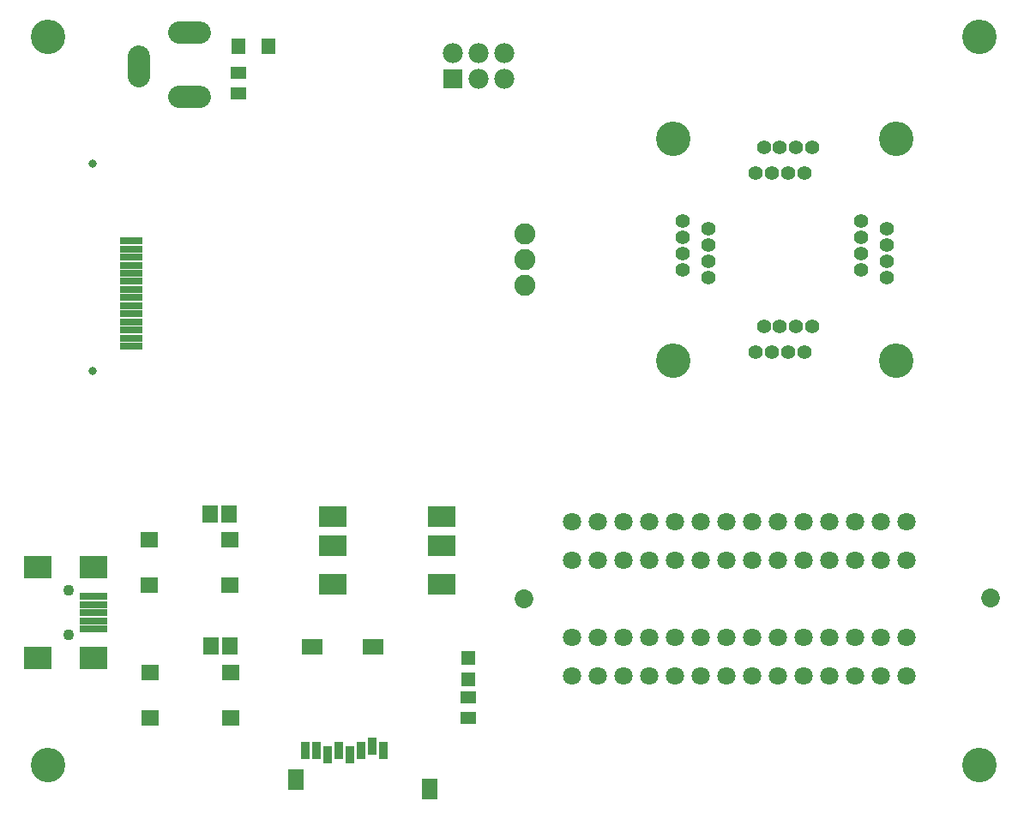
<source format=gts>
G75*
%MOIN*%
%OFA0B0*%
%FSLAX25Y25*%
%IPPOS*%
%LPD*%
%AMOC8*
5,1,8,0,0,1.08239X$1,22.5*
%
%ADD10C,0.13398*%
%ADD11R,0.05524X0.05524*%
%ADD12C,0.08674*%
%ADD13R,0.06312X0.05131*%
%ADD14R,0.05918X0.06706*%
%ADD15R,0.06902X0.05918*%
%ADD16C,0.05556*%
%ADD17R,0.10643X0.02769*%
%ADD18R,0.10643X0.08674*%
%ADD19C,0.04343*%
%ADD20R,0.06312X0.08280*%
%ADD21R,0.07887X0.06312*%
%ADD22R,0.03556X0.06706*%
%ADD23R,0.07800X0.07800*%
%ADD24C,0.07800*%
%ADD25C,0.07099*%
%ADD26C,0.07296*%
%ADD27R,0.05524X0.06312*%
%ADD28C,0.08200*%
%ADD29R,0.10800X0.08400*%
%ADD30R,0.08674X0.02769*%
%ADD31C,0.03162*%
D10*
X0017929Y0017929D03*
X0260961Y0175134D03*
X0347575Y0175134D03*
X0347575Y0261748D03*
X0380134Y0301394D03*
X0260961Y0261748D03*
X0017929Y0301394D03*
X0380134Y0017929D03*
D11*
X0181512Y0051236D03*
X0181512Y0059504D03*
D12*
X0076984Y0278008D02*
X0069110Y0278008D01*
X0053362Y0285882D02*
X0053362Y0293756D01*
X0069110Y0302811D02*
X0076984Y0302811D01*
D13*
X0091945Y0287220D03*
X0091945Y0279346D03*
X0181354Y0044189D03*
X0181354Y0036315D03*
D14*
X0088835Y0064425D03*
X0081354Y0064425D03*
X0080882Y0115724D03*
X0088362Y0115724D03*
D15*
X0088776Y0105567D03*
X0088776Y0087850D03*
X0057476Y0087850D03*
X0057476Y0105567D03*
X0057791Y0053953D03*
X0057791Y0036236D03*
X0089091Y0036236D03*
X0089091Y0053953D03*
D16*
X0293047Y0178756D03*
X0299346Y0178756D03*
X0305646Y0178756D03*
X0311945Y0178756D03*
X0315094Y0188756D03*
X0308795Y0188756D03*
X0302496Y0188756D03*
X0296197Y0188756D03*
X0274583Y0207614D03*
X0274583Y0213913D03*
X0274583Y0220213D03*
X0274583Y0226512D03*
X0264583Y0229661D03*
X0264583Y0223362D03*
X0264583Y0217063D03*
X0264583Y0210764D03*
X0293047Y0248126D03*
X0299346Y0248126D03*
X0305646Y0248126D03*
X0311945Y0248126D03*
X0315094Y0258126D03*
X0308795Y0258126D03*
X0302496Y0258126D03*
X0296197Y0258126D03*
X0333953Y0229661D03*
X0333953Y0223362D03*
X0333953Y0217063D03*
X0333953Y0210764D03*
X0343953Y0213913D03*
X0343953Y0207614D03*
X0343953Y0220213D03*
X0343953Y0226512D03*
D17*
X0035803Y0083480D03*
X0035803Y0080331D03*
X0035803Y0077181D03*
X0035803Y0074031D03*
X0035803Y0070882D03*
D18*
X0035803Y0059465D03*
X0014150Y0059465D03*
X0014150Y0094898D03*
X0035803Y0094898D03*
D19*
X0025961Y0085843D03*
X0025961Y0068520D03*
D20*
X0114346Y0012220D03*
X0166315Y0008677D03*
D21*
X0144268Y0063795D03*
X0120646Y0063795D03*
D22*
X0122220Y0023638D03*
X0117890Y0023638D03*
X0126551Y0022063D03*
X0130882Y0023638D03*
X0135213Y0022063D03*
X0139543Y0023638D03*
X0143874Y0025213D03*
X0148205Y0023638D03*
D23*
X0175409Y0284858D03*
D24*
X0185409Y0284858D03*
X0185409Y0294858D03*
X0175409Y0294858D03*
X0195409Y0294858D03*
X0195409Y0284858D03*
D25*
X0221630Y0112772D03*
X0231630Y0112772D03*
X0241630Y0112772D03*
X0251630Y0112772D03*
X0261630Y0112772D03*
X0271630Y0112772D03*
X0281630Y0112772D03*
X0291630Y0112772D03*
X0301630Y0112772D03*
X0311630Y0112772D03*
X0321630Y0112772D03*
X0331630Y0112772D03*
X0341630Y0112772D03*
X0351630Y0112772D03*
X0351630Y0097772D03*
X0341630Y0097772D03*
X0331630Y0097772D03*
X0321630Y0097772D03*
X0311630Y0097772D03*
X0301630Y0097772D03*
X0291630Y0097772D03*
X0281630Y0097772D03*
X0271630Y0097772D03*
X0261630Y0097772D03*
X0251630Y0097772D03*
X0241630Y0097772D03*
X0231630Y0097772D03*
X0221630Y0097772D03*
X0221630Y0067772D03*
X0231630Y0067772D03*
X0241630Y0067772D03*
X0251630Y0067772D03*
X0261630Y0067772D03*
X0271630Y0067772D03*
X0281630Y0067772D03*
X0291630Y0067772D03*
X0301630Y0067772D03*
X0311630Y0067772D03*
X0321630Y0067772D03*
X0331630Y0067772D03*
X0341630Y0067772D03*
X0351630Y0067772D03*
X0351630Y0052772D03*
X0341630Y0052772D03*
X0331630Y0052772D03*
X0321630Y0052772D03*
X0311630Y0052772D03*
X0301630Y0052772D03*
X0291630Y0052772D03*
X0281630Y0052772D03*
X0271630Y0052772D03*
X0261630Y0052772D03*
X0251630Y0052772D03*
X0241630Y0052772D03*
X0231630Y0052772D03*
X0221630Y0052772D03*
D26*
X0202890Y0082732D03*
X0384346Y0082811D03*
D27*
X0103756Y0297457D03*
X0091945Y0297457D03*
D28*
X0203362Y0224740D03*
X0203362Y0214740D03*
X0203362Y0204740D03*
D29*
X0171069Y0114681D03*
X0171069Y0103431D03*
X0171069Y0088431D03*
X0128569Y0088431D03*
X0128569Y0103431D03*
X0128569Y0114681D03*
D30*
X0050213Y0180921D03*
X0050213Y0184071D03*
X0050213Y0187220D03*
X0050213Y0190370D03*
X0050213Y0193520D03*
X0050213Y0196669D03*
X0050213Y0199819D03*
X0050213Y0202969D03*
X0050213Y0206118D03*
X0050213Y0209268D03*
X0050213Y0212417D03*
X0050213Y0215567D03*
X0050213Y0218717D03*
X0050213Y0221866D03*
D31*
X0035252Y0251787D03*
X0035252Y0171276D03*
M02*

</source>
